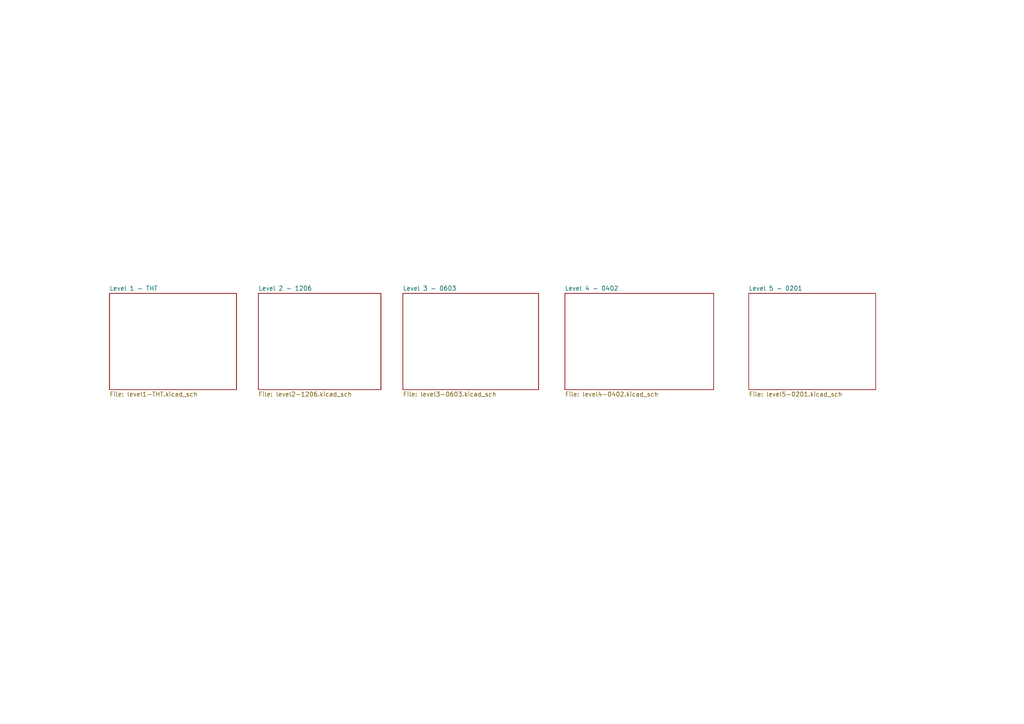
<source format=kicad_sch>
(kicad_sch (version 20211123) (generator eeschema)
  (paper "A4")
  (lib_symbols)
  (sheet (at 31.75 85.09) (size 36.83 27.94)
    (property "Sheet name" "Level 1 - THT" (at 31.75 84.3784 0) (effects (justify left bottom)))
    (property "Sheet file" "level1-THT.kicad_sch" (at 31.75 113.6146 0) (effects (justify left top)))
  )
  (sheet (at 74.93 85.09) (size 35.56 27.94)
    (property "Sheet name" "Level 2 - 1206" (at 74.93 84.3784 0) (effects (justify left bottom)))
    (property "Sheet file" "level2-1206.kicad_sch" (at 74.93 113.6146 0) (effects (justify left top)))
  )
  (sheet (at 116.84 85.09) (size 39.37 27.94)
    (property "Sheet name" "Level 3 - 0603" (at 116.84 84.3784 0) (effects (justify left bottom)))
    (property "Sheet file" "level3-0603.kicad_sch" (at 116.84 113.6146 0) (effects (justify left top)))
  )
  (sheet (at 163.83 85.09) (size 43.18 27.94)
    (property "Sheet name" "Level 4 - 0402" (at 163.83 84.3784 0) (effects (justify left bottom)))
    (property "Sheet file" "level4-0402.kicad_sch" (at 163.83 113.6146 0) (effects (justify left top)))
  )
  (sheet (at 217.17 85.09) (size 36.83 27.94)
    (property "Sheet name" "Level 5 - 0201" (at 217.17 84.3784 0) (effects (justify left bottom)))
    (property "Sheet file" "level5-0201.kicad_sch" (at 217.17 113.6146 0) (effects (justify left top)))
  )
)
</source>
